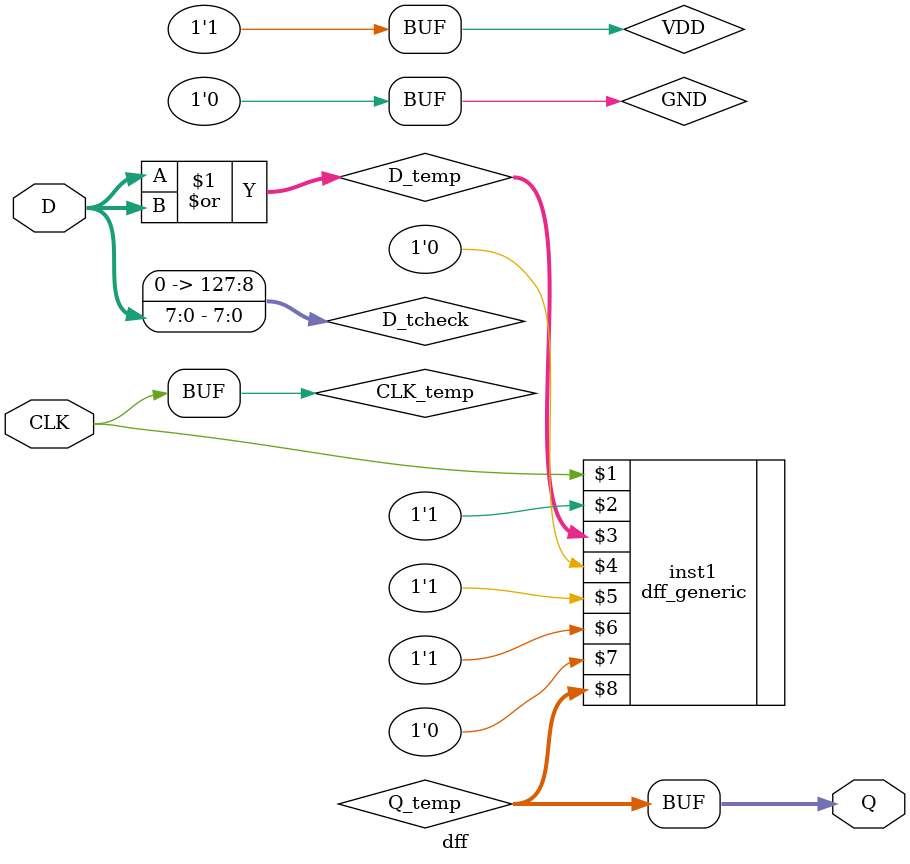
<source format=v>
module dff(CLK,D,Q);
  parameter N = 8;
  parameter DPFLAG = 1;
  parameter GROUP = "dpath1";
  parameter
        d_CLK_r = 0,
        d_CLK_f = 0,
        d_D = 0,
        d_Q = 1;
  input  CLK;
  input [(N - 1):0] D;
  output [(N - 1):0] Q;
  wire  CLK_temp;
  wire [(N - 1):0] D_temp;
  wire [(N - 1):0] Q_temp;
  supply0  GND;
  supply1  VDD;
  assign #(d_CLK_r,d_CLK_f) CLK_temp = CLK;
  assign #(d_D) D_temp = D|D;
  assign #(d_Q) Q = Q_temp;
  dff_generic #(N) inst1 (CLK_temp,VDD,D_temp,GND,VDD,VDD,GND,Q_temp);
  wire [127:0] D_tcheck = D;
  specify
    specparam
      t_hold_D = 0,
      t_setup_D = 0;
    $hold(posedge CLK , D_tcheck , t_hold_D);
    $setup(D_tcheck , posedge CLK , t_setup_D);
  endspecify
endmodule

</source>
